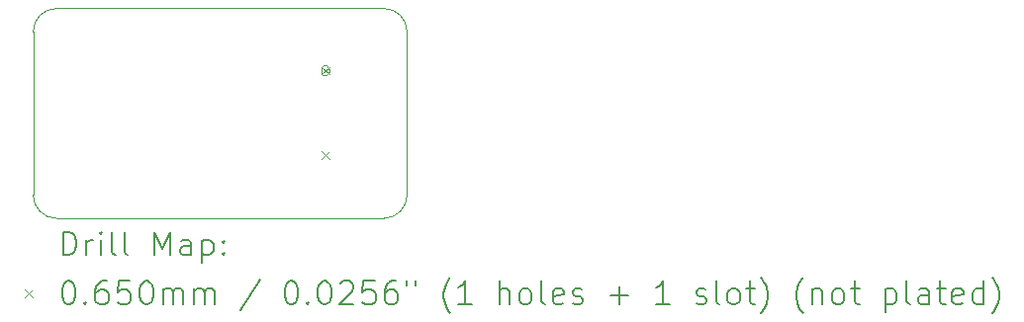
<source format=gbr>
%TF.GenerationSoftware,KiCad,Pcbnew,7.0.10*%
%TF.CreationDate,2024-02-15T14:26:12-05:00*%
%TF.ProjectId,wingbeat_detector,77696e67-6265-4617-945f-646574656374,4.0*%
%TF.SameCoordinates,Original*%
%TF.FileFunction,Drillmap*%
%TF.FilePolarity,Positive*%
%FSLAX45Y45*%
G04 Gerber Fmt 4.5, Leading zero omitted, Abs format (unit mm)*
G04 Created by KiCad (PCBNEW 7.0.10) date 2024-02-15 14:26:12*
%MOMM*%
%LPD*%
G01*
G04 APERTURE LIST*
%ADD10C,0.100000*%
%ADD11C,0.200000*%
G04 APERTURE END LIST*
D10*
X13400000Y-9300000D02*
X13400000Y-10700000D01*
X16400000Y-10900000D02*
G75*
G03*
X16600000Y-10700000I0J200000D01*
G01*
X16600000Y-9300000D02*
G75*
G03*
X16400000Y-9100000I-200000J0D01*
G01*
X13600000Y-9100000D02*
X16400000Y-9100000D01*
X13600000Y-9100000D02*
G75*
G03*
X13400000Y-9300000I0J-200000D01*
G01*
X16600000Y-10700000D02*
X16600000Y-9300000D01*
X13600000Y-10900000D02*
X16400000Y-10900000D01*
X13400000Y-10700000D02*
G75*
G03*
X13600000Y-10900000I200000J0D01*
G01*
D11*
D10*
X15867500Y-9602500D02*
X15932500Y-9667500D01*
X15932500Y-9602500D02*
X15867500Y-9667500D01*
X15932500Y-9647500D02*
X15932500Y-9622500D01*
X15932500Y-9622500D02*
G75*
G03*
X15867500Y-9622500I-32500J0D01*
G01*
X15867500Y-9622500D02*
X15867500Y-9647500D01*
X15867500Y-9647500D02*
G75*
G03*
X15932500Y-9647500I32500J0D01*
G01*
X15867500Y-10322500D02*
X15932500Y-10387500D01*
X15932500Y-10322500D02*
X15867500Y-10387500D01*
D11*
X13655777Y-11216484D02*
X13655777Y-11016484D01*
X13655777Y-11016484D02*
X13703396Y-11016484D01*
X13703396Y-11016484D02*
X13731967Y-11026008D01*
X13731967Y-11026008D02*
X13751015Y-11045055D01*
X13751015Y-11045055D02*
X13760539Y-11064103D01*
X13760539Y-11064103D02*
X13770062Y-11102198D01*
X13770062Y-11102198D02*
X13770062Y-11130770D01*
X13770062Y-11130770D02*
X13760539Y-11168865D01*
X13760539Y-11168865D02*
X13751015Y-11187912D01*
X13751015Y-11187912D02*
X13731967Y-11206960D01*
X13731967Y-11206960D02*
X13703396Y-11216484D01*
X13703396Y-11216484D02*
X13655777Y-11216484D01*
X13855777Y-11216484D02*
X13855777Y-11083150D01*
X13855777Y-11121246D02*
X13865301Y-11102198D01*
X13865301Y-11102198D02*
X13874824Y-11092674D01*
X13874824Y-11092674D02*
X13893872Y-11083150D01*
X13893872Y-11083150D02*
X13912920Y-11083150D01*
X13979586Y-11216484D02*
X13979586Y-11083150D01*
X13979586Y-11016484D02*
X13970062Y-11026008D01*
X13970062Y-11026008D02*
X13979586Y-11035531D01*
X13979586Y-11035531D02*
X13989110Y-11026008D01*
X13989110Y-11026008D02*
X13979586Y-11016484D01*
X13979586Y-11016484D02*
X13979586Y-11035531D01*
X14103396Y-11216484D02*
X14084348Y-11206960D01*
X14084348Y-11206960D02*
X14074824Y-11187912D01*
X14074824Y-11187912D02*
X14074824Y-11016484D01*
X14208158Y-11216484D02*
X14189110Y-11206960D01*
X14189110Y-11206960D02*
X14179586Y-11187912D01*
X14179586Y-11187912D02*
X14179586Y-11016484D01*
X14436729Y-11216484D02*
X14436729Y-11016484D01*
X14436729Y-11016484D02*
X14503396Y-11159341D01*
X14503396Y-11159341D02*
X14570062Y-11016484D01*
X14570062Y-11016484D02*
X14570062Y-11216484D01*
X14751015Y-11216484D02*
X14751015Y-11111722D01*
X14751015Y-11111722D02*
X14741491Y-11092674D01*
X14741491Y-11092674D02*
X14722443Y-11083150D01*
X14722443Y-11083150D02*
X14684348Y-11083150D01*
X14684348Y-11083150D02*
X14665301Y-11092674D01*
X14751015Y-11206960D02*
X14731967Y-11216484D01*
X14731967Y-11216484D02*
X14684348Y-11216484D01*
X14684348Y-11216484D02*
X14665301Y-11206960D01*
X14665301Y-11206960D02*
X14655777Y-11187912D01*
X14655777Y-11187912D02*
X14655777Y-11168865D01*
X14655777Y-11168865D02*
X14665301Y-11149817D01*
X14665301Y-11149817D02*
X14684348Y-11140293D01*
X14684348Y-11140293D02*
X14731967Y-11140293D01*
X14731967Y-11140293D02*
X14751015Y-11130770D01*
X14846253Y-11083150D02*
X14846253Y-11283150D01*
X14846253Y-11092674D02*
X14865301Y-11083150D01*
X14865301Y-11083150D02*
X14903396Y-11083150D01*
X14903396Y-11083150D02*
X14922443Y-11092674D01*
X14922443Y-11092674D02*
X14931967Y-11102198D01*
X14931967Y-11102198D02*
X14941491Y-11121246D01*
X14941491Y-11121246D02*
X14941491Y-11178389D01*
X14941491Y-11178389D02*
X14931967Y-11197436D01*
X14931967Y-11197436D02*
X14922443Y-11206960D01*
X14922443Y-11206960D02*
X14903396Y-11216484D01*
X14903396Y-11216484D02*
X14865301Y-11216484D01*
X14865301Y-11216484D02*
X14846253Y-11206960D01*
X15027205Y-11197436D02*
X15036729Y-11206960D01*
X15036729Y-11206960D02*
X15027205Y-11216484D01*
X15027205Y-11216484D02*
X15017682Y-11206960D01*
X15017682Y-11206960D02*
X15027205Y-11197436D01*
X15027205Y-11197436D02*
X15027205Y-11216484D01*
X15027205Y-11092674D02*
X15036729Y-11102198D01*
X15036729Y-11102198D02*
X15027205Y-11111722D01*
X15027205Y-11111722D02*
X15017682Y-11102198D01*
X15017682Y-11102198D02*
X15027205Y-11092674D01*
X15027205Y-11092674D02*
X15027205Y-11111722D01*
D10*
X13330000Y-11512500D02*
X13395000Y-11577500D01*
X13395000Y-11512500D02*
X13330000Y-11577500D01*
D11*
X13693872Y-11436484D02*
X13712920Y-11436484D01*
X13712920Y-11436484D02*
X13731967Y-11446008D01*
X13731967Y-11446008D02*
X13741491Y-11455531D01*
X13741491Y-11455531D02*
X13751015Y-11474579D01*
X13751015Y-11474579D02*
X13760539Y-11512674D01*
X13760539Y-11512674D02*
X13760539Y-11560293D01*
X13760539Y-11560293D02*
X13751015Y-11598388D01*
X13751015Y-11598388D02*
X13741491Y-11617436D01*
X13741491Y-11617436D02*
X13731967Y-11626960D01*
X13731967Y-11626960D02*
X13712920Y-11636484D01*
X13712920Y-11636484D02*
X13693872Y-11636484D01*
X13693872Y-11636484D02*
X13674824Y-11626960D01*
X13674824Y-11626960D02*
X13665301Y-11617436D01*
X13665301Y-11617436D02*
X13655777Y-11598388D01*
X13655777Y-11598388D02*
X13646253Y-11560293D01*
X13646253Y-11560293D02*
X13646253Y-11512674D01*
X13646253Y-11512674D02*
X13655777Y-11474579D01*
X13655777Y-11474579D02*
X13665301Y-11455531D01*
X13665301Y-11455531D02*
X13674824Y-11446008D01*
X13674824Y-11446008D02*
X13693872Y-11436484D01*
X13846253Y-11617436D02*
X13855777Y-11626960D01*
X13855777Y-11626960D02*
X13846253Y-11636484D01*
X13846253Y-11636484D02*
X13836729Y-11626960D01*
X13836729Y-11626960D02*
X13846253Y-11617436D01*
X13846253Y-11617436D02*
X13846253Y-11636484D01*
X14027205Y-11436484D02*
X13989110Y-11436484D01*
X13989110Y-11436484D02*
X13970062Y-11446008D01*
X13970062Y-11446008D02*
X13960539Y-11455531D01*
X13960539Y-11455531D02*
X13941491Y-11484103D01*
X13941491Y-11484103D02*
X13931967Y-11522198D01*
X13931967Y-11522198D02*
X13931967Y-11598388D01*
X13931967Y-11598388D02*
X13941491Y-11617436D01*
X13941491Y-11617436D02*
X13951015Y-11626960D01*
X13951015Y-11626960D02*
X13970062Y-11636484D01*
X13970062Y-11636484D02*
X14008158Y-11636484D01*
X14008158Y-11636484D02*
X14027205Y-11626960D01*
X14027205Y-11626960D02*
X14036729Y-11617436D01*
X14036729Y-11617436D02*
X14046253Y-11598388D01*
X14046253Y-11598388D02*
X14046253Y-11550769D01*
X14046253Y-11550769D02*
X14036729Y-11531722D01*
X14036729Y-11531722D02*
X14027205Y-11522198D01*
X14027205Y-11522198D02*
X14008158Y-11512674D01*
X14008158Y-11512674D02*
X13970062Y-11512674D01*
X13970062Y-11512674D02*
X13951015Y-11522198D01*
X13951015Y-11522198D02*
X13941491Y-11531722D01*
X13941491Y-11531722D02*
X13931967Y-11550769D01*
X14227205Y-11436484D02*
X14131967Y-11436484D01*
X14131967Y-11436484D02*
X14122443Y-11531722D01*
X14122443Y-11531722D02*
X14131967Y-11522198D01*
X14131967Y-11522198D02*
X14151015Y-11512674D01*
X14151015Y-11512674D02*
X14198634Y-11512674D01*
X14198634Y-11512674D02*
X14217682Y-11522198D01*
X14217682Y-11522198D02*
X14227205Y-11531722D01*
X14227205Y-11531722D02*
X14236729Y-11550769D01*
X14236729Y-11550769D02*
X14236729Y-11598388D01*
X14236729Y-11598388D02*
X14227205Y-11617436D01*
X14227205Y-11617436D02*
X14217682Y-11626960D01*
X14217682Y-11626960D02*
X14198634Y-11636484D01*
X14198634Y-11636484D02*
X14151015Y-11636484D01*
X14151015Y-11636484D02*
X14131967Y-11626960D01*
X14131967Y-11626960D02*
X14122443Y-11617436D01*
X14360539Y-11436484D02*
X14379586Y-11436484D01*
X14379586Y-11436484D02*
X14398634Y-11446008D01*
X14398634Y-11446008D02*
X14408158Y-11455531D01*
X14408158Y-11455531D02*
X14417682Y-11474579D01*
X14417682Y-11474579D02*
X14427205Y-11512674D01*
X14427205Y-11512674D02*
X14427205Y-11560293D01*
X14427205Y-11560293D02*
X14417682Y-11598388D01*
X14417682Y-11598388D02*
X14408158Y-11617436D01*
X14408158Y-11617436D02*
X14398634Y-11626960D01*
X14398634Y-11626960D02*
X14379586Y-11636484D01*
X14379586Y-11636484D02*
X14360539Y-11636484D01*
X14360539Y-11636484D02*
X14341491Y-11626960D01*
X14341491Y-11626960D02*
X14331967Y-11617436D01*
X14331967Y-11617436D02*
X14322443Y-11598388D01*
X14322443Y-11598388D02*
X14312920Y-11560293D01*
X14312920Y-11560293D02*
X14312920Y-11512674D01*
X14312920Y-11512674D02*
X14322443Y-11474579D01*
X14322443Y-11474579D02*
X14331967Y-11455531D01*
X14331967Y-11455531D02*
X14341491Y-11446008D01*
X14341491Y-11446008D02*
X14360539Y-11436484D01*
X14512920Y-11636484D02*
X14512920Y-11503150D01*
X14512920Y-11522198D02*
X14522443Y-11512674D01*
X14522443Y-11512674D02*
X14541491Y-11503150D01*
X14541491Y-11503150D02*
X14570063Y-11503150D01*
X14570063Y-11503150D02*
X14589110Y-11512674D01*
X14589110Y-11512674D02*
X14598634Y-11531722D01*
X14598634Y-11531722D02*
X14598634Y-11636484D01*
X14598634Y-11531722D02*
X14608158Y-11512674D01*
X14608158Y-11512674D02*
X14627205Y-11503150D01*
X14627205Y-11503150D02*
X14655777Y-11503150D01*
X14655777Y-11503150D02*
X14674824Y-11512674D01*
X14674824Y-11512674D02*
X14684348Y-11531722D01*
X14684348Y-11531722D02*
X14684348Y-11636484D01*
X14779586Y-11636484D02*
X14779586Y-11503150D01*
X14779586Y-11522198D02*
X14789110Y-11512674D01*
X14789110Y-11512674D02*
X14808158Y-11503150D01*
X14808158Y-11503150D02*
X14836729Y-11503150D01*
X14836729Y-11503150D02*
X14855777Y-11512674D01*
X14855777Y-11512674D02*
X14865301Y-11531722D01*
X14865301Y-11531722D02*
X14865301Y-11636484D01*
X14865301Y-11531722D02*
X14874824Y-11512674D01*
X14874824Y-11512674D02*
X14893872Y-11503150D01*
X14893872Y-11503150D02*
X14922443Y-11503150D01*
X14922443Y-11503150D02*
X14941491Y-11512674D01*
X14941491Y-11512674D02*
X14951015Y-11531722D01*
X14951015Y-11531722D02*
X14951015Y-11636484D01*
X15341491Y-11426960D02*
X15170063Y-11684103D01*
X15598634Y-11436484D02*
X15617682Y-11436484D01*
X15617682Y-11436484D02*
X15636729Y-11446008D01*
X15636729Y-11446008D02*
X15646253Y-11455531D01*
X15646253Y-11455531D02*
X15655777Y-11474579D01*
X15655777Y-11474579D02*
X15665301Y-11512674D01*
X15665301Y-11512674D02*
X15665301Y-11560293D01*
X15665301Y-11560293D02*
X15655777Y-11598388D01*
X15655777Y-11598388D02*
X15646253Y-11617436D01*
X15646253Y-11617436D02*
X15636729Y-11626960D01*
X15636729Y-11626960D02*
X15617682Y-11636484D01*
X15617682Y-11636484D02*
X15598634Y-11636484D01*
X15598634Y-11636484D02*
X15579586Y-11626960D01*
X15579586Y-11626960D02*
X15570063Y-11617436D01*
X15570063Y-11617436D02*
X15560539Y-11598388D01*
X15560539Y-11598388D02*
X15551015Y-11560293D01*
X15551015Y-11560293D02*
X15551015Y-11512674D01*
X15551015Y-11512674D02*
X15560539Y-11474579D01*
X15560539Y-11474579D02*
X15570063Y-11455531D01*
X15570063Y-11455531D02*
X15579586Y-11446008D01*
X15579586Y-11446008D02*
X15598634Y-11436484D01*
X15751015Y-11617436D02*
X15760539Y-11626960D01*
X15760539Y-11626960D02*
X15751015Y-11636484D01*
X15751015Y-11636484D02*
X15741491Y-11626960D01*
X15741491Y-11626960D02*
X15751015Y-11617436D01*
X15751015Y-11617436D02*
X15751015Y-11636484D01*
X15884348Y-11436484D02*
X15903396Y-11436484D01*
X15903396Y-11436484D02*
X15922444Y-11446008D01*
X15922444Y-11446008D02*
X15931967Y-11455531D01*
X15931967Y-11455531D02*
X15941491Y-11474579D01*
X15941491Y-11474579D02*
X15951015Y-11512674D01*
X15951015Y-11512674D02*
X15951015Y-11560293D01*
X15951015Y-11560293D02*
X15941491Y-11598388D01*
X15941491Y-11598388D02*
X15931967Y-11617436D01*
X15931967Y-11617436D02*
X15922444Y-11626960D01*
X15922444Y-11626960D02*
X15903396Y-11636484D01*
X15903396Y-11636484D02*
X15884348Y-11636484D01*
X15884348Y-11636484D02*
X15865301Y-11626960D01*
X15865301Y-11626960D02*
X15855777Y-11617436D01*
X15855777Y-11617436D02*
X15846253Y-11598388D01*
X15846253Y-11598388D02*
X15836729Y-11560293D01*
X15836729Y-11560293D02*
X15836729Y-11512674D01*
X15836729Y-11512674D02*
X15846253Y-11474579D01*
X15846253Y-11474579D02*
X15855777Y-11455531D01*
X15855777Y-11455531D02*
X15865301Y-11446008D01*
X15865301Y-11446008D02*
X15884348Y-11436484D01*
X16027206Y-11455531D02*
X16036729Y-11446008D01*
X16036729Y-11446008D02*
X16055777Y-11436484D01*
X16055777Y-11436484D02*
X16103396Y-11436484D01*
X16103396Y-11436484D02*
X16122444Y-11446008D01*
X16122444Y-11446008D02*
X16131967Y-11455531D01*
X16131967Y-11455531D02*
X16141491Y-11474579D01*
X16141491Y-11474579D02*
X16141491Y-11493627D01*
X16141491Y-11493627D02*
X16131967Y-11522198D01*
X16131967Y-11522198D02*
X16017682Y-11636484D01*
X16017682Y-11636484D02*
X16141491Y-11636484D01*
X16322444Y-11436484D02*
X16227206Y-11436484D01*
X16227206Y-11436484D02*
X16217682Y-11531722D01*
X16217682Y-11531722D02*
X16227206Y-11522198D01*
X16227206Y-11522198D02*
X16246253Y-11512674D01*
X16246253Y-11512674D02*
X16293872Y-11512674D01*
X16293872Y-11512674D02*
X16312920Y-11522198D01*
X16312920Y-11522198D02*
X16322444Y-11531722D01*
X16322444Y-11531722D02*
X16331967Y-11550769D01*
X16331967Y-11550769D02*
X16331967Y-11598388D01*
X16331967Y-11598388D02*
X16322444Y-11617436D01*
X16322444Y-11617436D02*
X16312920Y-11626960D01*
X16312920Y-11626960D02*
X16293872Y-11636484D01*
X16293872Y-11636484D02*
X16246253Y-11636484D01*
X16246253Y-11636484D02*
X16227206Y-11626960D01*
X16227206Y-11626960D02*
X16217682Y-11617436D01*
X16503396Y-11436484D02*
X16465301Y-11436484D01*
X16465301Y-11436484D02*
X16446253Y-11446008D01*
X16446253Y-11446008D02*
X16436729Y-11455531D01*
X16436729Y-11455531D02*
X16417682Y-11484103D01*
X16417682Y-11484103D02*
X16408158Y-11522198D01*
X16408158Y-11522198D02*
X16408158Y-11598388D01*
X16408158Y-11598388D02*
X16417682Y-11617436D01*
X16417682Y-11617436D02*
X16427206Y-11626960D01*
X16427206Y-11626960D02*
X16446253Y-11636484D01*
X16446253Y-11636484D02*
X16484348Y-11636484D01*
X16484348Y-11636484D02*
X16503396Y-11626960D01*
X16503396Y-11626960D02*
X16512920Y-11617436D01*
X16512920Y-11617436D02*
X16522444Y-11598388D01*
X16522444Y-11598388D02*
X16522444Y-11550769D01*
X16522444Y-11550769D02*
X16512920Y-11531722D01*
X16512920Y-11531722D02*
X16503396Y-11522198D01*
X16503396Y-11522198D02*
X16484348Y-11512674D01*
X16484348Y-11512674D02*
X16446253Y-11512674D01*
X16446253Y-11512674D02*
X16427206Y-11522198D01*
X16427206Y-11522198D02*
X16417682Y-11531722D01*
X16417682Y-11531722D02*
X16408158Y-11550769D01*
X16598634Y-11436484D02*
X16598634Y-11474579D01*
X16674825Y-11436484D02*
X16674825Y-11474579D01*
X16970063Y-11712674D02*
X16960539Y-11703150D01*
X16960539Y-11703150D02*
X16941491Y-11674579D01*
X16941491Y-11674579D02*
X16931968Y-11655531D01*
X16931968Y-11655531D02*
X16922444Y-11626960D01*
X16922444Y-11626960D02*
X16912920Y-11579341D01*
X16912920Y-11579341D02*
X16912920Y-11541246D01*
X16912920Y-11541246D02*
X16922444Y-11493627D01*
X16922444Y-11493627D02*
X16931968Y-11465055D01*
X16931968Y-11465055D02*
X16941491Y-11446008D01*
X16941491Y-11446008D02*
X16960539Y-11417436D01*
X16960539Y-11417436D02*
X16970063Y-11407912D01*
X17151015Y-11636484D02*
X17036730Y-11636484D01*
X17093872Y-11636484D02*
X17093872Y-11436484D01*
X17093872Y-11436484D02*
X17074825Y-11465055D01*
X17074825Y-11465055D02*
X17055777Y-11484103D01*
X17055777Y-11484103D02*
X17036730Y-11493627D01*
X17389111Y-11636484D02*
X17389111Y-11436484D01*
X17474825Y-11636484D02*
X17474825Y-11531722D01*
X17474825Y-11531722D02*
X17465301Y-11512674D01*
X17465301Y-11512674D02*
X17446253Y-11503150D01*
X17446253Y-11503150D02*
X17417682Y-11503150D01*
X17417682Y-11503150D02*
X17398634Y-11512674D01*
X17398634Y-11512674D02*
X17389111Y-11522198D01*
X17598634Y-11636484D02*
X17579587Y-11626960D01*
X17579587Y-11626960D02*
X17570063Y-11617436D01*
X17570063Y-11617436D02*
X17560539Y-11598388D01*
X17560539Y-11598388D02*
X17560539Y-11541246D01*
X17560539Y-11541246D02*
X17570063Y-11522198D01*
X17570063Y-11522198D02*
X17579587Y-11512674D01*
X17579587Y-11512674D02*
X17598634Y-11503150D01*
X17598634Y-11503150D02*
X17627206Y-11503150D01*
X17627206Y-11503150D02*
X17646253Y-11512674D01*
X17646253Y-11512674D02*
X17655777Y-11522198D01*
X17655777Y-11522198D02*
X17665301Y-11541246D01*
X17665301Y-11541246D02*
X17665301Y-11598388D01*
X17665301Y-11598388D02*
X17655777Y-11617436D01*
X17655777Y-11617436D02*
X17646253Y-11626960D01*
X17646253Y-11626960D02*
X17627206Y-11636484D01*
X17627206Y-11636484D02*
X17598634Y-11636484D01*
X17779587Y-11636484D02*
X17760539Y-11626960D01*
X17760539Y-11626960D02*
X17751015Y-11607912D01*
X17751015Y-11607912D02*
X17751015Y-11436484D01*
X17931968Y-11626960D02*
X17912920Y-11636484D01*
X17912920Y-11636484D02*
X17874825Y-11636484D01*
X17874825Y-11636484D02*
X17855777Y-11626960D01*
X17855777Y-11626960D02*
X17846253Y-11607912D01*
X17846253Y-11607912D02*
X17846253Y-11531722D01*
X17846253Y-11531722D02*
X17855777Y-11512674D01*
X17855777Y-11512674D02*
X17874825Y-11503150D01*
X17874825Y-11503150D02*
X17912920Y-11503150D01*
X17912920Y-11503150D02*
X17931968Y-11512674D01*
X17931968Y-11512674D02*
X17941492Y-11531722D01*
X17941492Y-11531722D02*
X17941492Y-11550769D01*
X17941492Y-11550769D02*
X17846253Y-11569817D01*
X18017682Y-11626960D02*
X18036730Y-11636484D01*
X18036730Y-11636484D02*
X18074825Y-11636484D01*
X18074825Y-11636484D02*
X18093873Y-11626960D01*
X18093873Y-11626960D02*
X18103396Y-11607912D01*
X18103396Y-11607912D02*
X18103396Y-11598388D01*
X18103396Y-11598388D02*
X18093873Y-11579341D01*
X18093873Y-11579341D02*
X18074825Y-11569817D01*
X18074825Y-11569817D02*
X18046253Y-11569817D01*
X18046253Y-11569817D02*
X18027206Y-11560293D01*
X18027206Y-11560293D02*
X18017682Y-11541246D01*
X18017682Y-11541246D02*
X18017682Y-11531722D01*
X18017682Y-11531722D02*
X18027206Y-11512674D01*
X18027206Y-11512674D02*
X18046253Y-11503150D01*
X18046253Y-11503150D02*
X18074825Y-11503150D01*
X18074825Y-11503150D02*
X18093873Y-11512674D01*
X18341492Y-11560293D02*
X18493873Y-11560293D01*
X18417682Y-11636484D02*
X18417682Y-11484103D01*
X18846254Y-11636484D02*
X18731968Y-11636484D01*
X18789111Y-11636484D02*
X18789111Y-11436484D01*
X18789111Y-11436484D02*
X18770063Y-11465055D01*
X18770063Y-11465055D02*
X18751015Y-11484103D01*
X18751015Y-11484103D02*
X18731968Y-11493627D01*
X19074825Y-11626960D02*
X19093873Y-11636484D01*
X19093873Y-11636484D02*
X19131968Y-11636484D01*
X19131968Y-11636484D02*
X19151016Y-11626960D01*
X19151016Y-11626960D02*
X19160539Y-11607912D01*
X19160539Y-11607912D02*
X19160539Y-11598388D01*
X19160539Y-11598388D02*
X19151016Y-11579341D01*
X19151016Y-11579341D02*
X19131968Y-11569817D01*
X19131968Y-11569817D02*
X19103396Y-11569817D01*
X19103396Y-11569817D02*
X19084349Y-11560293D01*
X19084349Y-11560293D02*
X19074825Y-11541246D01*
X19074825Y-11541246D02*
X19074825Y-11531722D01*
X19074825Y-11531722D02*
X19084349Y-11512674D01*
X19084349Y-11512674D02*
X19103396Y-11503150D01*
X19103396Y-11503150D02*
X19131968Y-11503150D01*
X19131968Y-11503150D02*
X19151016Y-11512674D01*
X19274825Y-11636484D02*
X19255777Y-11626960D01*
X19255777Y-11626960D02*
X19246254Y-11607912D01*
X19246254Y-11607912D02*
X19246254Y-11436484D01*
X19379587Y-11636484D02*
X19360539Y-11626960D01*
X19360539Y-11626960D02*
X19351016Y-11617436D01*
X19351016Y-11617436D02*
X19341492Y-11598388D01*
X19341492Y-11598388D02*
X19341492Y-11541246D01*
X19341492Y-11541246D02*
X19351016Y-11522198D01*
X19351016Y-11522198D02*
X19360539Y-11512674D01*
X19360539Y-11512674D02*
X19379587Y-11503150D01*
X19379587Y-11503150D02*
X19408158Y-11503150D01*
X19408158Y-11503150D02*
X19427206Y-11512674D01*
X19427206Y-11512674D02*
X19436730Y-11522198D01*
X19436730Y-11522198D02*
X19446254Y-11541246D01*
X19446254Y-11541246D02*
X19446254Y-11598388D01*
X19446254Y-11598388D02*
X19436730Y-11617436D01*
X19436730Y-11617436D02*
X19427206Y-11626960D01*
X19427206Y-11626960D02*
X19408158Y-11636484D01*
X19408158Y-11636484D02*
X19379587Y-11636484D01*
X19503397Y-11503150D02*
X19579587Y-11503150D01*
X19531968Y-11436484D02*
X19531968Y-11607912D01*
X19531968Y-11607912D02*
X19541492Y-11626960D01*
X19541492Y-11626960D02*
X19560539Y-11636484D01*
X19560539Y-11636484D02*
X19579587Y-11636484D01*
X19627206Y-11712674D02*
X19636730Y-11703150D01*
X19636730Y-11703150D02*
X19655777Y-11674579D01*
X19655777Y-11674579D02*
X19665301Y-11655531D01*
X19665301Y-11655531D02*
X19674825Y-11626960D01*
X19674825Y-11626960D02*
X19684349Y-11579341D01*
X19684349Y-11579341D02*
X19684349Y-11541246D01*
X19684349Y-11541246D02*
X19674825Y-11493627D01*
X19674825Y-11493627D02*
X19665301Y-11465055D01*
X19665301Y-11465055D02*
X19655777Y-11446008D01*
X19655777Y-11446008D02*
X19636730Y-11417436D01*
X19636730Y-11417436D02*
X19627206Y-11407912D01*
X19989111Y-11712674D02*
X19979587Y-11703150D01*
X19979587Y-11703150D02*
X19960539Y-11674579D01*
X19960539Y-11674579D02*
X19951016Y-11655531D01*
X19951016Y-11655531D02*
X19941492Y-11626960D01*
X19941492Y-11626960D02*
X19931968Y-11579341D01*
X19931968Y-11579341D02*
X19931968Y-11541246D01*
X19931968Y-11541246D02*
X19941492Y-11493627D01*
X19941492Y-11493627D02*
X19951016Y-11465055D01*
X19951016Y-11465055D02*
X19960539Y-11446008D01*
X19960539Y-11446008D02*
X19979587Y-11417436D01*
X19979587Y-11417436D02*
X19989111Y-11407912D01*
X20065301Y-11503150D02*
X20065301Y-11636484D01*
X20065301Y-11522198D02*
X20074825Y-11512674D01*
X20074825Y-11512674D02*
X20093873Y-11503150D01*
X20093873Y-11503150D02*
X20122444Y-11503150D01*
X20122444Y-11503150D02*
X20141492Y-11512674D01*
X20141492Y-11512674D02*
X20151016Y-11531722D01*
X20151016Y-11531722D02*
X20151016Y-11636484D01*
X20274825Y-11636484D02*
X20255777Y-11626960D01*
X20255777Y-11626960D02*
X20246254Y-11617436D01*
X20246254Y-11617436D02*
X20236730Y-11598388D01*
X20236730Y-11598388D02*
X20236730Y-11541246D01*
X20236730Y-11541246D02*
X20246254Y-11522198D01*
X20246254Y-11522198D02*
X20255777Y-11512674D01*
X20255777Y-11512674D02*
X20274825Y-11503150D01*
X20274825Y-11503150D02*
X20303397Y-11503150D01*
X20303397Y-11503150D02*
X20322444Y-11512674D01*
X20322444Y-11512674D02*
X20331968Y-11522198D01*
X20331968Y-11522198D02*
X20341492Y-11541246D01*
X20341492Y-11541246D02*
X20341492Y-11598388D01*
X20341492Y-11598388D02*
X20331968Y-11617436D01*
X20331968Y-11617436D02*
X20322444Y-11626960D01*
X20322444Y-11626960D02*
X20303397Y-11636484D01*
X20303397Y-11636484D02*
X20274825Y-11636484D01*
X20398635Y-11503150D02*
X20474825Y-11503150D01*
X20427206Y-11436484D02*
X20427206Y-11607912D01*
X20427206Y-11607912D02*
X20436730Y-11626960D01*
X20436730Y-11626960D02*
X20455777Y-11636484D01*
X20455777Y-11636484D02*
X20474825Y-11636484D01*
X20693873Y-11503150D02*
X20693873Y-11703150D01*
X20693873Y-11512674D02*
X20712920Y-11503150D01*
X20712920Y-11503150D02*
X20751016Y-11503150D01*
X20751016Y-11503150D02*
X20770063Y-11512674D01*
X20770063Y-11512674D02*
X20779587Y-11522198D01*
X20779587Y-11522198D02*
X20789111Y-11541246D01*
X20789111Y-11541246D02*
X20789111Y-11598388D01*
X20789111Y-11598388D02*
X20779587Y-11617436D01*
X20779587Y-11617436D02*
X20770063Y-11626960D01*
X20770063Y-11626960D02*
X20751016Y-11636484D01*
X20751016Y-11636484D02*
X20712920Y-11636484D01*
X20712920Y-11636484D02*
X20693873Y-11626960D01*
X20903397Y-11636484D02*
X20884349Y-11626960D01*
X20884349Y-11626960D02*
X20874825Y-11607912D01*
X20874825Y-11607912D02*
X20874825Y-11436484D01*
X21065301Y-11636484D02*
X21065301Y-11531722D01*
X21065301Y-11531722D02*
X21055778Y-11512674D01*
X21055778Y-11512674D02*
X21036730Y-11503150D01*
X21036730Y-11503150D02*
X20998635Y-11503150D01*
X20998635Y-11503150D02*
X20979587Y-11512674D01*
X21065301Y-11626960D02*
X21046254Y-11636484D01*
X21046254Y-11636484D02*
X20998635Y-11636484D01*
X20998635Y-11636484D02*
X20979587Y-11626960D01*
X20979587Y-11626960D02*
X20970063Y-11607912D01*
X20970063Y-11607912D02*
X20970063Y-11588865D01*
X20970063Y-11588865D02*
X20979587Y-11569817D01*
X20979587Y-11569817D02*
X20998635Y-11560293D01*
X20998635Y-11560293D02*
X21046254Y-11560293D01*
X21046254Y-11560293D02*
X21065301Y-11550769D01*
X21131968Y-11503150D02*
X21208158Y-11503150D01*
X21160539Y-11436484D02*
X21160539Y-11607912D01*
X21160539Y-11607912D02*
X21170063Y-11626960D01*
X21170063Y-11626960D02*
X21189111Y-11636484D01*
X21189111Y-11636484D02*
X21208158Y-11636484D01*
X21351016Y-11626960D02*
X21331968Y-11636484D01*
X21331968Y-11636484D02*
X21293873Y-11636484D01*
X21293873Y-11636484D02*
X21274825Y-11626960D01*
X21274825Y-11626960D02*
X21265301Y-11607912D01*
X21265301Y-11607912D02*
X21265301Y-11531722D01*
X21265301Y-11531722D02*
X21274825Y-11512674D01*
X21274825Y-11512674D02*
X21293873Y-11503150D01*
X21293873Y-11503150D02*
X21331968Y-11503150D01*
X21331968Y-11503150D02*
X21351016Y-11512674D01*
X21351016Y-11512674D02*
X21360539Y-11531722D01*
X21360539Y-11531722D02*
X21360539Y-11550769D01*
X21360539Y-11550769D02*
X21265301Y-11569817D01*
X21531968Y-11636484D02*
X21531968Y-11436484D01*
X21531968Y-11626960D02*
X21512920Y-11636484D01*
X21512920Y-11636484D02*
X21474825Y-11636484D01*
X21474825Y-11636484D02*
X21455778Y-11626960D01*
X21455778Y-11626960D02*
X21446254Y-11617436D01*
X21446254Y-11617436D02*
X21436730Y-11598388D01*
X21436730Y-11598388D02*
X21436730Y-11541246D01*
X21436730Y-11541246D02*
X21446254Y-11522198D01*
X21446254Y-11522198D02*
X21455778Y-11512674D01*
X21455778Y-11512674D02*
X21474825Y-11503150D01*
X21474825Y-11503150D02*
X21512920Y-11503150D01*
X21512920Y-11503150D02*
X21531968Y-11512674D01*
X21608159Y-11712674D02*
X21617682Y-11703150D01*
X21617682Y-11703150D02*
X21636730Y-11674579D01*
X21636730Y-11674579D02*
X21646254Y-11655531D01*
X21646254Y-11655531D02*
X21655778Y-11626960D01*
X21655778Y-11626960D02*
X21665301Y-11579341D01*
X21665301Y-11579341D02*
X21665301Y-11541246D01*
X21665301Y-11541246D02*
X21655778Y-11493627D01*
X21655778Y-11493627D02*
X21646254Y-11465055D01*
X21646254Y-11465055D02*
X21636730Y-11446008D01*
X21636730Y-11446008D02*
X21617682Y-11417436D01*
X21617682Y-11417436D02*
X21608159Y-11407912D01*
M02*

</source>
